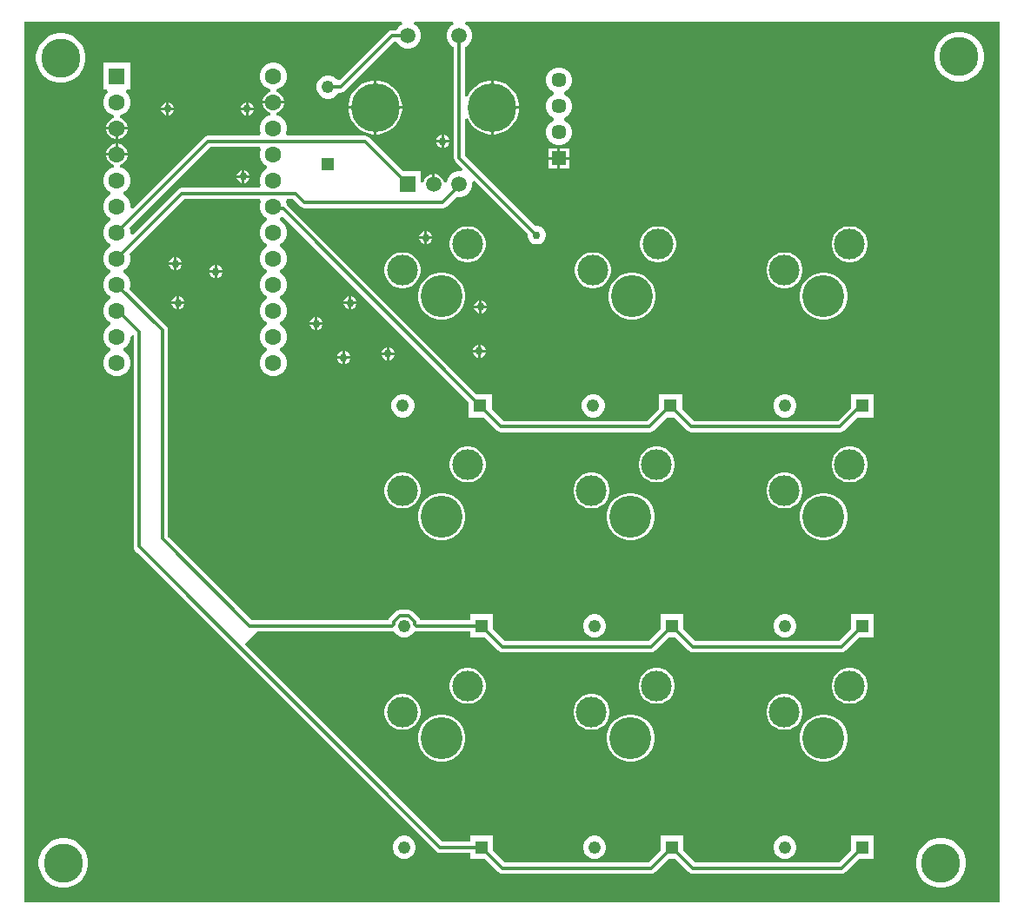
<source format=gtl>
G04*
G04 #@! TF.GenerationSoftware,Altium Limited,Altium Designer,25.8.1 (18)*
G04*
G04 Layer_Physical_Order=1*
G04 Layer_Color=255*
%FSLAX25Y25*%
%MOIN*%
G70*
G04*
G04 #@! TF.SameCoordinates,62C80C61-A7C9-4306-83B5-3B4BC263EF3F*
G04*
G04*
G04 #@! TF.FilePolarity,Positive*
G04*
G01*
G75*
%ADD29C,0.01200*%
G04:AMPARAMS|DCode=30|XSize=62.99mil|YSize=62.99mil|CornerRadius=31.5mil|HoleSize=0mil|Usage=FLASHONLY|Rotation=180.000|XOffset=0mil|YOffset=0mil|HoleType=Round|Shape=RoundedRectangle|*
%AMROUNDEDRECTD30*
21,1,0.06299,0.00000,0,0,180.0*
21,1,0.00000,0.06299,0,0,180.0*
1,1,0.06299,0.00000,0.00000*
1,1,0.06299,0.00000,0.00000*
1,1,0.06299,0.00000,0.00000*
1,1,0.06299,0.00000,0.00000*
%
%ADD30ROUNDEDRECTD30*%
%ADD31R,0.06299X0.06299*%
%ADD32C,0.05906*%
%ADD33R,0.05906X0.05906*%
%ADD34C,0.18661*%
%ADD35R,0.05709X0.05709*%
%ADD36C,0.04874*%
%ADD37R,0.04874X0.04874*%
%ADD38C,0.05709*%
%ADD39C,0.16100*%
%ADD40C,0.11811*%
%ADD41C,0.15000*%
%ADD42R,0.04874X0.04874*%
%ADD43C,0.03000*%
G36*
X449471Y8029D02*
X75529D01*
Y345971D01*
X220077D01*
X220345Y344971D01*
X219616Y344550D01*
X218694Y343628D01*
X218125Y342641D01*
X216500D01*
X215681Y342478D01*
X214986Y342014D01*
X196642Y323670D01*
X196220Y323628D01*
X195335Y323777D01*
X194724Y324387D01*
X193713Y324971D01*
X192584Y325274D01*
X191416D01*
X190287Y324971D01*
X189276Y324387D01*
X188450Y323561D01*
X187865Y322549D01*
X187563Y321421D01*
Y320252D01*
X187865Y319124D01*
X188450Y318112D01*
X189276Y317286D01*
X190287Y316702D01*
X191416Y316400D01*
X192584D01*
X193713Y316702D01*
X194724Y317286D01*
X195551Y318112D01*
X195887Y318695D01*
X196837D01*
X197656Y318858D01*
X198351Y319323D01*
X217304Y338276D01*
X218319Y338195D01*
X218694Y337546D01*
X219616Y336623D01*
X220746Y335971D01*
X222005Y335634D01*
X223309D01*
X224569Y335971D01*
X225698Y336623D01*
X226621Y337546D01*
X227273Y338675D01*
X227610Y339935D01*
Y341239D01*
X227273Y342498D01*
X226621Y343628D01*
X225698Y344550D01*
X224970Y344971D01*
X225237Y345971D01*
X239762D01*
X240030Y344971D01*
X239301Y344550D01*
X238379Y343628D01*
X237727Y342498D01*
X237390Y341239D01*
Y339935D01*
X237727Y338675D01*
X238379Y337546D01*
X239301Y336623D01*
X240201Y336104D01*
Y293657D01*
X240364Y292838D01*
X240828Y292144D01*
X243663Y289309D01*
X243145Y288412D01*
X242995Y288453D01*
X241690D01*
X240431Y288115D01*
X239301Y287463D01*
X238379Y286541D01*
X237727Y285412D01*
X237390Y284152D01*
X236407Y284193D01*
X236183Y285026D01*
X235663Y285927D01*
X234927Y286663D01*
X234026Y287183D01*
X233020Y287453D01*
X233000D01*
Y283500D01*
X232000D01*
Y287453D01*
X231980D01*
X230974Y287183D01*
X230073Y286663D01*
X229337Y285927D01*
X228817Y285026D01*
X228610Y284256D01*
X227610Y284387D01*
Y288453D01*
X220733D01*
X207671Y301514D01*
X206977Y301978D01*
X206157Y302141D01*
X176296D01*
X176157Y302381D01*
X175833Y303141D01*
X176150Y304322D01*
Y305678D01*
X175799Y306988D01*
X175121Y308162D01*
X174162Y309121D01*
X172988Y309799D01*
X172236Y310000D01*
X172236Y311035D01*
X172602Y311133D01*
X173548Y311680D01*
X174320Y312452D01*
X174867Y313398D01*
X175150Y314454D01*
Y314500D01*
X171000D01*
X166850D01*
Y314454D01*
X167133Y313398D01*
X167680Y312452D01*
X168452Y311680D01*
X169398Y311133D01*
X169764Y311035D01*
X169764Y310000D01*
X169012Y309799D01*
X167838Y309121D01*
X166879Y308162D01*
X166201Y306988D01*
X165850Y305678D01*
Y304322D01*
X166167Y303141D01*
X165843Y302381D01*
X165704Y302141D01*
X146000D01*
X145181Y301978D01*
X144486Y301514D01*
X117106Y274134D01*
X116862Y274182D01*
X116150Y274592D01*
Y275678D01*
X115799Y276988D01*
X115121Y278162D01*
X114162Y279121D01*
X113639Y279423D01*
Y280577D01*
X114162Y280879D01*
X115121Y281838D01*
X115799Y283012D01*
X116150Y284322D01*
Y285678D01*
X115799Y286988D01*
X115121Y288162D01*
X114162Y289121D01*
X112988Y289799D01*
X112236Y290000D01*
X112236Y291035D01*
X112602Y291133D01*
X113548Y291680D01*
X114321Y292452D01*
X114867Y293398D01*
X115150Y294454D01*
Y294500D01*
X111000D01*
X106850D01*
Y294454D01*
X107133Y293398D01*
X107679Y292452D01*
X108452Y291680D01*
X109398Y291133D01*
X109764Y291035D01*
X109764Y290000D01*
X109012Y289799D01*
X107838Y289121D01*
X106879Y288162D01*
X106201Y286988D01*
X105850Y285678D01*
Y284322D01*
X106201Y283012D01*
X106879Y281838D01*
X107838Y280879D01*
X108361Y280577D01*
Y279423D01*
X107838Y279121D01*
X106879Y278162D01*
X106201Y276988D01*
X105850Y275678D01*
Y274322D01*
X106201Y273012D01*
X106879Y271838D01*
X107838Y270879D01*
X108361Y270577D01*
Y269423D01*
X107838Y269121D01*
X106879Y268162D01*
X106201Y266988D01*
X105850Y265678D01*
Y264322D01*
X106201Y263012D01*
X106879Y261838D01*
X107838Y260879D01*
X108361Y260577D01*
Y259423D01*
X107838Y259121D01*
X106879Y258162D01*
X106201Y256988D01*
X105850Y255678D01*
Y254322D01*
X106201Y253012D01*
X106879Y251838D01*
X107838Y250879D01*
X108361Y250577D01*
Y249423D01*
X107838Y249121D01*
X106879Y248162D01*
X106201Y246988D01*
X105850Y245678D01*
Y244322D01*
X106201Y243012D01*
X106879Y241838D01*
X107838Y240879D01*
X108361Y240577D01*
Y239423D01*
X107838Y239121D01*
X106879Y238162D01*
X106201Y236988D01*
X105850Y235678D01*
Y234322D01*
X106201Y233012D01*
X106879Y231838D01*
X107838Y230879D01*
X108361Y230577D01*
Y229423D01*
X107838Y229121D01*
X106879Y228162D01*
X106201Y226988D01*
X105850Y225678D01*
Y224322D01*
X106201Y223012D01*
X106879Y221838D01*
X107838Y220879D01*
X108361Y220577D01*
Y219423D01*
X107838Y219121D01*
X106879Y218162D01*
X106201Y216988D01*
X105850Y215678D01*
Y214322D01*
X106201Y213012D01*
X106879Y211838D01*
X107838Y210879D01*
X109012Y210201D01*
X110322Y209850D01*
X111678D01*
X112988Y210201D01*
X114162Y210879D01*
X115121Y211838D01*
X115799Y213012D01*
X116150Y214322D01*
Y215678D01*
X115799Y216988D01*
X115121Y218162D01*
X114162Y219121D01*
X113639Y219423D01*
Y220577D01*
X114162Y220879D01*
X115121Y221838D01*
X115799Y223012D01*
X116150Y224322D01*
Y225059D01*
X117150Y225630D01*
X117359Y225506D01*
Y144500D01*
X117522Y143681D01*
X117986Y142986D01*
X233486Y27486D01*
X234181Y27022D01*
X235000Y26859D01*
X246400D01*
Y24563D01*
X252246D01*
X257323Y19486D01*
X258017Y19022D01*
X258837Y18859D01*
X315837D01*
X316656Y19022D01*
X317351Y19486D01*
X322428Y24563D01*
X325246D01*
X330323Y19486D01*
X331017Y19022D01*
X331837Y18859D01*
X388837D01*
X389656Y19022D01*
X390351Y19486D01*
X395428Y24563D01*
X401274D01*
Y33437D01*
X392400D01*
Y27591D01*
X387950Y23141D01*
X332723D01*
X328274Y27591D01*
Y33437D01*
X319400D01*
Y27591D01*
X314950Y23141D01*
X259723D01*
X255274Y27591D01*
Y33437D01*
X246400D01*
Y31141D01*
X235887D01*
X160014Y107014D01*
X164859Y111859D01*
X216423D01*
X217188Y112011D01*
X217613Y111276D01*
X218439Y110450D01*
X219451Y109865D01*
X220579Y109563D01*
X221747D01*
X222876Y109865D01*
X223888Y110450D01*
X224714Y111276D01*
X225138Y112011D01*
X225903Y111859D01*
X246400D01*
Y109563D01*
X252246D01*
X257323Y104486D01*
X258017Y104022D01*
X258837Y103859D01*
X315837D01*
X316656Y104022D01*
X317351Y104486D01*
X322428Y109563D01*
X325246D01*
X330323Y104486D01*
X331017Y104022D01*
X331837Y103859D01*
X388837D01*
X389656Y104022D01*
X390351Y104486D01*
X395428Y109563D01*
X401274D01*
Y118437D01*
X392400D01*
Y112591D01*
X387950Y108141D01*
X332723D01*
X328274Y112591D01*
Y118437D01*
X319400D01*
Y112591D01*
X314950Y108141D01*
X259723D01*
X255274Y112591D01*
Y118437D01*
X246400D01*
Y116141D01*
X227248D01*
X227179Y116492D01*
X226714Y117186D01*
X224350Y119551D01*
X223655Y120015D01*
X222836Y120178D01*
X219491D01*
X218672Y120015D01*
X217977Y119551D01*
X215612Y117186D01*
X215148Y116492D01*
X215078Y116141D01*
X162887D01*
X130641Y148387D01*
Y227500D01*
X130478Y228319D01*
X130014Y229014D01*
X115845Y243183D01*
X116150Y244322D01*
Y245678D01*
X115799Y246988D01*
X115121Y248162D01*
X114162Y249121D01*
X113639Y249423D01*
Y250577D01*
X114162Y250879D01*
X115121Y251838D01*
X115799Y253012D01*
X116150Y254322D01*
Y255678D01*
X115845Y256817D01*
X136887Y277859D01*
X165704D01*
X165843Y277619D01*
X166167Y276859D01*
X165850Y275678D01*
Y274322D01*
X166201Y273012D01*
X166879Y271838D01*
X167838Y270879D01*
X168361Y270577D01*
Y269423D01*
X167838Y269121D01*
X166879Y268162D01*
X166201Y266988D01*
X165850Y265678D01*
Y264322D01*
X166201Y263012D01*
X166879Y261838D01*
X167838Y260879D01*
X168361Y260577D01*
Y259423D01*
X167838Y259121D01*
X166879Y258162D01*
X166201Y256988D01*
X165850Y255678D01*
Y254322D01*
X166201Y253012D01*
X166879Y251838D01*
X167838Y250879D01*
X168361Y250577D01*
Y249423D01*
X167838Y249121D01*
X166879Y248162D01*
X166201Y246988D01*
X165850Y245678D01*
Y244322D01*
X166201Y243012D01*
X166879Y241838D01*
X167838Y240879D01*
X168361Y240577D01*
Y239423D01*
X167838Y239121D01*
X166879Y238162D01*
X166201Y236988D01*
X165850Y235678D01*
Y234322D01*
X166201Y233012D01*
X166879Y231838D01*
X167838Y230879D01*
X168361Y230577D01*
Y229423D01*
X167838Y229121D01*
X166879Y228162D01*
X166201Y226988D01*
X165850Y225678D01*
Y224322D01*
X166201Y223012D01*
X166879Y221838D01*
X167838Y220879D01*
X168361Y220577D01*
Y219423D01*
X167838Y219121D01*
X166879Y218162D01*
X166201Y216988D01*
X165850Y215678D01*
Y214322D01*
X166201Y213012D01*
X166879Y211838D01*
X167838Y210879D01*
X169012Y210201D01*
X170322Y209850D01*
X171678D01*
X172988Y210201D01*
X174162Y210879D01*
X175121Y211838D01*
X175799Y213012D01*
X176150Y214322D01*
Y215678D01*
X175799Y216988D01*
X175121Y218162D01*
X174162Y219121D01*
X173639Y219423D01*
Y220577D01*
X174162Y220879D01*
X175121Y221838D01*
X175799Y223012D01*
X176150Y224322D01*
Y225678D01*
X175799Y226988D01*
X175121Y228162D01*
X174162Y229121D01*
X173639Y229423D01*
Y230577D01*
X174162Y230879D01*
X175121Y231838D01*
X175799Y233012D01*
X176150Y234322D01*
Y235678D01*
X175799Y236988D01*
X175121Y238162D01*
X174162Y239121D01*
X173639Y239423D01*
Y240577D01*
X174162Y240879D01*
X175121Y241838D01*
X175799Y243012D01*
X176150Y244322D01*
Y245678D01*
X175799Y246988D01*
X175121Y248162D01*
X174162Y249121D01*
X173639Y249423D01*
Y250577D01*
X174162Y250879D01*
X175121Y251838D01*
X175799Y253012D01*
X176150Y254322D01*
Y255678D01*
X175799Y256988D01*
X175121Y258162D01*
X174162Y259121D01*
X173639Y259423D01*
Y260577D01*
X174162Y260879D01*
X175121Y261838D01*
X175799Y263012D01*
X176150Y264322D01*
Y265678D01*
X175799Y266988D01*
X175121Y268162D01*
X174162Y269121D01*
X173639Y269423D01*
Y270577D01*
X174162Y270879D01*
X174546Y271263D01*
X245900Y199909D01*
Y194063D01*
X251746D01*
X256823Y188986D01*
X257517Y188522D01*
X258337Y188359D01*
X315337D01*
X316156Y188522D01*
X316851Y188986D01*
X321928Y194063D01*
X324746D01*
X329823Y188986D01*
X330517Y188522D01*
X331337Y188359D01*
X388337D01*
X389156Y188522D01*
X389851Y188986D01*
X394928Y194063D01*
X401274D01*
Y202937D01*
X392400D01*
Y197591D01*
X387450Y192641D01*
X332224D01*
X327774Y197091D01*
Y202937D01*
X318900D01*
Y197091D01*
X314450Y192641D01*
X259224D01*
X254774Y197091D01*
Y202937D01*
X248928D01*
X176232Y275632D01*
X176146Y275690D01*
X175833Y276859D01*
X176157Y277619D01*
X176296Y277859D01*
X178613D01*
X181486Y274986D01*
X182181Y274522D01*
X183000Y274359D01*
X236000D01*
X236819Y274522D01*
X237514Y274986D01*
X241205Y278677D01*
X241690Y278547D01*
X242995D01*
X244254Y278885D01*
X245384Y279537D01*
X246306Y280459D01*
X246958Y281588D01*
X247295Y282848D01*
Y284152D01*
X247255Y284303D01*
X248151Y284821D01*
X268502Y264470D01*
X268500Y264461D01*
Y263539D01*
X268739Y262649D01*
X269199Y261851D01*
X269851Y261199D01*
X270649Y260738D01*
X271539Y260500D01*
X272461D01*
X273351Y260738D01*
X274149Y261199D01*
X274801Y261851D01*
X275261Y262649D01*
X275500Y263539D01*
Y264461D01*
X275261Y265351D01*
X274801Y266149D01*
X274149Y266801D01*
X273351Y267262D01*
X272461Y267500D01*
X271539D01*
X271530Y267498D01*
X244484Y294544D01*
Y308665D01*
X245484Y308864D01*
X245786Y308134D01*
X246917Y306442D01*
X248356Y305003D01*
X250047Y303873D01*
X251928Y303094D01*
X253924Y302697D01*
X254441D01*
Y313028D01*
Y323358D01*
X253924D01*
X251928Y322961D01*
X250047Y322182D01*
X248356Y321052D01*
X246917Y319613D01*
X245786Y317921D01*
X245484Y317191D01*
X244484Y317390D01*
Y336104D01*
X245384Y336623D01*
X246306Y337546D01*
X246958Y338675D01*
X247295Y339935D01*
Y341239D01*
X246958Y342498D01*
X246306Y343628D01*
X245384Y344550D01*
X244655Y344971D01*
X244923Y345971D01*
X449471D01*
Y8029D01*
D02*
G37*
G36*
X165843Y297619D02*
X166167Y296859D01*
X165850Y295678D01*
Y294322D01*
X166201Y293012D01*
X166879Y291838D01*
X167838Y290879D01*
X168361Y290577D01*
Y289423D01*
X167838Y289121D01*
X166879Y288162D01*
X166201Y286988D01*
X165850Y285678D01*
Y284322D01*
X166167Y283141D01*
X165843Y282381D01*
X165704Y282141D01*
X136000D01*
X135181Y281978D01*
X134486Y281514D01*
X117106Y264134D01*
X116862Y264182D01*
X116150Y264592D01*
Y265678D01*
X115845Y266816D01*
X146887Y297859D01*
X165704D01*
X165843Y297619D01*
D02*
G37*
%LPC*%
G36*
X434936Y342000D02*
X433064D01*
X431229Y341635D01*
X429500Y340919D01*
X427944Y339879D01*
X426621Y338556D01*
X425581Y337000D01*
X424865Y335271D01*
X424500Y333436D01*
Y331564D01*
X424865Y329729D01*
X425581Y328000D01*
X426621Y326444D01*
X427944Y325121D01*
X429500Y324081D01*
X431229Y323365D01*
X433064Y323000D01*
X434936D01*
X436771Y323365D01*
X438500Y324081D01*
X440056Y325121D01*
X441379Y326444D01*
X442419Y328000D01*
X443135Y329729D01*
X443500Y331564D01*
Y333436D01*
X443135Y335271D01*
X442419Y337000D01*
X441379Y338556D01*
X440056Y339879D01*
X438500Y340919D01*
X436771Y341635D01*
X434936Y342000D01*
D02*
G37*
G36*
X90436Y341500D02*
X88564D01*
X86729Y341135D01*
X85000Y340419D01*
X83444Y339379D01*
X82121Y338056D01*
X81081Y336500D01*
X80365Y334771D01*
X80000Y332936D01*
Y331064D01*
X80365Y329229D01*
X81081Y327500D01*
X82121Y325944D01*
X83444Y324621D01*
X85000Y323581D01*
X86729Y322865D01*
X88564Y322500D01*
X90436D01*
X92271Y322865D01*
X94000Y323581D01*
X95556Y324621D01*
X96879Y325944D01*
X97919Y327500D01*
X98635Y329229D01*
X99000Y331064D01*
Y332936D01*
X98635Y334771D01*
X97919Y336500D01*
X96879Y338056D01*
X95556Y339379D01*
X94000Y340419D01*
X92271Y341135D01*
X90436Y341500D01*
D02*
G37*
G36*
X171678Y330150D02*
X170322D01*
X169012Y329799D01*
X167838Y329121D01*
X166879Y328162D01*
X166201Y326988D01*
X165850Y325678D01*
Y324322D01*
X166201Y323012D01*
X166879Y321838D01*
X167838Y320879D01*
X169012Y320201D01*
X169764Y320000D01*
X169764Y318965D01*
X169398Y318867D01*
X168452Y318320D01*
X167680Y317548D01*
X167133Y316602D01*
X166850Y315546D01*
Y315500D01*
X171000D01*
X175150D01*
Y315546D01*
X174867Y316602D01*
X174320Y317548D01*
X173548Y318320D01*
X172602Y318867D01*
X172236Y318965D01*
X172236Y320000D01*
X172988Y320201D01*
X174162Y320879D01*
X175121Y321838D01*
X175799Y323012D01*
X176150Y324322D01*
Y325678D01*
X175799Y326988D01*
X175121Y328162D01*
X174162Y329121D01*
X172988Y329799D01*
X171678Y330150D01*
D02*
G37*
G36*
X255958Y323358D02*
X255441D01*
Y313528D01*
X265272D01*
Y314045D01*
X264875Y316041D01*
X264096Y317921D01*
X262965Y319613D01*
X261526Y321052D01*
X259834Y322182D01*
X257954Y322961D01*
X255958Y323358D01*
D02*
G37*
G36*
X211076D02*
X210559D01*
Y313528D01*
X220390D01*
Y314045D01*
X219993Y316041D01*
X219214Y317921D01*
X218083Y319613D01*
X216645Y321052D01*
X214952Y322182D01*
X213072Y322961D01*
X211076Y323358D01*
D02*
G37*
G36*
X209559D02*
X209042D01*
X207046Y322961D01*
X205166Y322182D01*
X203474Y321052D01*
X202035Y319613D01*
X200904Y317921D01*
X200125Y316041D01*
X199728Y314045D01*
Y313528D01*
X209559D01*
Y323358D01*
D02*
G37*
G36*
X161500Y314999D02*
Y313000D01*
X163499D01*
X163119Y313916D01*
X162416Y314619D01*
X161500Y314999D01*
D02*
G37*
G36*
X160500D02*
X159584Y314619D01*
X158881Y313916D01*
X158501Y313000D01*
X160500D01*
Y314999D01*
D02*
G37*
G36*
X131000D02*
Y313000D01*
X132999D01*
X132619Y313916D01*
X131916Y314619D01*
X131000Y314999D01*
D02*
G37*
G36*
X130000D02*
X129084Y314619D01*
X128381Y313916D01*
X128001Y313000D01*
X130000D01*
Y314999D01*
D02*
G37*
G36*
X163499Y312000D02*
X161500D01*
Y310001D01*
X162416Y310381D01*
X163119Y311084D01*
X163499Y312000D01*
D02*
G37*
G36*
X160500D02*
X158501D01*
X158881Y311084D01*
X159584Y310381D01*
X160500Y310001D01*
Y312000D01*
D02*
G37*
G36*
X132999D02*
X131000D01*
Y310001D01*
X131916Y310381D01*
X132619Y311084D01*
X132999Y312000D01*
D02*
G37*
G36*
X130000D02*
X128001D01*
X128381Y311084D01*
X129084Y310381D01*
X130000Y310001D01*
Y312000D01*
D02*
G37*
G36*
X116150Y330150D02*
X105850D01*
Y319850D01*
X107185D01*
X107568Y318850D01*
X106879Y318162D01*
X106201Y316988D01*
X105850Y315678D01*
Y314322D01*
X106201Y313012D01*
X106879Y311838D01*
X107838Y310879D01*
X109012Y310201D01*
X109764Y310000D01*
X109764Y308965D01*
X109398Y308867D01*
X108452Y308320D01*
X107679Y307548D01*
X107133Y306602D01*
X106850Y305546D01*
Y305500D01*
X111000D01*
X115150D01*
Y305546D01*
X114867Y306602D01*
X114321Y307548D01*
X113548Y308320D01*
X112602Y308867D01*
X112236Y308965D01*
X112236Y310000D01*
X112988Y310201D01*
X114162Y310879D01*
X115121Y311838D01*
X115799Y313012D01*
X116150Y314322D01*
Y315678D01*
X115799Y316988D01*
X115121Y318162D01*
X114432Y318850D01*
X114814Y319850D01*
X116150D01*
Y330150D01*
D02*
G37*
G36*
X265272Y312528D02*
X255441D01*
Y302697D01*
X255958D01*
X257954Y303094D01*
X259834Y303873D01*
X261526Y305003D01*
X262965Y306442D01*
X264096Y308134D01*
X264875Y310014D01*
X265272Y312010D01*
Y312528D01*
D02*
G37*
G36*
X220390D02*
X210559D01*
Y302697D01*
X211076D01*
X213072Y303094D01*
X214952Y303873D01*
X216645Y305003D01*
X218083Y306442D01*
X219214Y308134D01*
X219993Y310014D01*
X220390Y312010D01*
Y312528D01*
D02*
G37*
G36*
X209559D02*
X199728D01*
Y312010D01*
X200125Y310014D01*
X200904Y308134D01*
X202035Y306442D01*
X203474Y305003D01*
X205166Y303873D01*
X207046Y303094D01*
X209042Y302697D01*
X209559D01*
Y312528D01*
D02*
G37*
G36*
X115150Y304500D02*
X111500D01*
Y300850D01*
X111546D01*
X112602Y301133D01*
X113548Y301679D01*
X114321Y302452D01*
X114867Y303398D01*
X115150Y304454D01*
Y304500D01*
D02*
G37*
G36*
X110500D02*
X106850D01*
Y304454D01*
X107133Y303398D01*
X107679Y302452D01*
X108452Y301679D01*
X109398Y301133D01*
X110454Y300850D01*
X110500D01*
Y304500D01*
D02*
G37*
G36*
X236500Y302499D02*
Y300500D01*
X238499D01*
X238119Y301416D01*
X237416Y302119D01*
X236500Y302499D01*
D02*
G37*
G36*
X235500D02*
X234584Y302119D01*
X233881Y301416D01*
X233501Y300500D01*
X235500D01*
Y302499D01*
D02*
G37*
G36*
X281139Y328354D02*
X279861D01*
X278626Y328024D01*
X277519Y327384D01*
X276616Y326481D01*
X275976Y325374D01*
X275646Y324139D01*
Y322861D01*
X275976Y321626D01*
X276616Y320519D01*
X277519Y319616D01*
X278529Y319033D01*
X278609Y318500D01*
X278529Y317967D01*
X277519Y317384D01*
X276616Y316481D01*
X275976Y315374D01*
X275646Y314139D01*
Y312861D01*
X275976Y311626D01*
X276616Y310519D01*
X277519Y309616D01*
X278529Y309033D01*
X278609Y308500D01*
X278529Y307967D01*
X277519Y307384D01*
X276616Y306481D01*
X275976Y305374D01*
X275646Y304139D01*
Y302861D01*
X275976Y301626D01*
X276616Y300519D01*
X277519Y299616D01*
X278626Y298976D01*
X279861Y298646D01*
X281139D01*
X282374Y298976D01*
X283481Y299616D01*
X284384Y300519D01*
X285023Y301626D01*
X285354Y302861D01*
Y304139D01*
X285023Y305374D01*
X284384Y306481D01*
X283481Y307384D01*
X282471Y307967D01*
X282391Y308500D01*
X282471Y309033D01*
X283481Y309616D01*
X284384Y310519D01*
X285023Y311626D01*
X285354Y312861D01*
Y314139D01*
X285023Y315374D01*
X284384Y316481D01*
X283481Y317384D01*
X282471Y317967D01*
X282391Y318500D01*
X282471Y319033D01*
X283481Y319616D01*
X284384Y320519D01*
X285023Y321626D01*
X285354Y322861D01*
Y324139D01*
X285023Y325374D01*
X284384Y326481D01*
X283481Y327384D01*
X282374Y328024D01*
X281139Y328354D01*
D02*
G37*
G36*
X238499Y299500D02*
X236500D01*
Y297501D01*
X237416Y297881D01*
X238119Y298584D01*
X238499Y299500D01*
D02*
G37*
G36*
X235500D02*
X233501D01*
X233881Y298584D01*
X234584Y297881D01*
X235500Y297501D01*
Y299500D01*
D02*
G37*
G36*
X111546Y299150D02*
X111500D01*
Y295500D01*
X115150D01*
Y295546D01*
X114867Y296602D01*
X114321Y297548D01*
X113548Y298321D01*
X112602Y298867D01*
X111546Y299150D01*
D02*
G37*
G36*
X110500D02*
X110454D01*
X109398Y298867D01*
X108452Y298321D01*
X107679Y297548D01*
X107133Y296602D01*
X106850Y295546D01*
Y295500D01*
X110500D01*
Y299150D01*
D02*
G37*
G36*
X284354Y297354D02*
X281000D01*
Y294000D01*
X284354D01*
Y297354D01*
D02*
G37*
G36*
X280000D02*
X276646D01*
Y294000D01*
X280000D01*
Y297354D01*
D02*
G37*
G36*
X284354Y293000D02*
X281000D01*
Y289646D01*
X284354D01*
Y293000D01*
D02*
G37*
G36*
X280000D02*
X276646D01*
Y289646D01*
X280000D01*
Y293000D01*
D02*
G37*
G36*
X230000Y265499D02*
Y263500D01*
X231999D01*
X231619Y264416D01*
X230916Y265119D01*
X230000Y265499D01*
D02*
G37*
G36*
X229000D02*
X228084Y265119D01*
X227381Y264416D01*
X227001Y263500D01*
X229000D01*
Y265499D01*
D02*
G37*
G36*
X231999Y262500D02*
X230000D01*
Y260501D01*
X230916Y260881D01*
X231619Y261584D01*
X231999Y262500D01*
D02*
G37*
G36*
X229000D02*
X227001D01*
X227381Y261584D01*
X228084Y260881D01*
X229000Y260501D01*
Y262500D01*
D02*
G37*
G36*
X392680Y267406D02*
X391320D01*
X389986Y267140D01*
X388729Y266620D01*
X387598Y265864D01*
X386636Y264902D01*
X385880Y263771D01*
X385360Y262514D01*
X385094Y261180D01*
Y259820D01*
X385360Y258486D01*
X385880Y257229D01*
X386636Y256098D01*
X387598Y255136D01*
X388729Y254380D01*
X389986Y253860D01*
X391320Y253594D01*
X392680D01*
X394014Y253860D01*
X395271Y254380D01*
X396402Y255136D01*
X397364Y256098D01*
X398120Y257229D01*
X398640Y258486D01*
X398905Y259820D01*
Y261180D01*
X398640Y262514D01*
X398120Y263771D01*
X397364Y264902D01*
X396402Y265864D01*
X395271Y266620D01*
X394014Y267140D01*
X392680Y267406D01*
D02*
G37*
G36*
X319180D02*
X317820D01*
X316486Y267140D01*
X315229Y266620D01*
X314098Y265864D01*
X313136Y264902D01*
X312380Y263771D01*
X311860Y262514D01*
X311595Y261180D01*
Y259820D01*
X311860Y258486D01*
X312380Y257229D01*
X313136Y256098D01*
X314098Y255136D01*
X315229Y254380D01*
X316486Y253860D01*
X317820Y253594D01*
X319180D01*
X320514Y253860D01*
X321771Y254380D01*
X322902Y255136D01*
X323864Y256098D01*
X324620Y257229D01*
X325140Y258486D01*
X325406Y259820D01*
Y261180D01*
X325140Y262514D01*
X324620Y263771D01*
X323864Y264902D01*
X322902Y265864D01*
X321771Y266620D01*
X320514Y267140D01*
X319180Y267406D01*
D02*
G37*
G36*
X246180D02*
X244820D01*
X243486Y267140D01*
X242229Y266620D01*
X241098Y265864D01*
X240136Y264902D01*
X239380Y263771D01*
X238860Y262514D01*
X238595Y261180D01*
Y259820D01*
X238860Y258486D01*
X239380Y257229D01*
X240136Y256098D01*
X241098Y255136D01*
X242229Y254380D01*
X243486Y253860D01*
X244820Y253594D01*
X246180D01*
X247514Y253860D01*
X248771Y254380D01*
X249902Y255136D01*
X250864Y256098D01*
X251620Y257229D01*
X252140Y258486D01*
X252406Y259820D01*
Y261180D01*
X252140Y262514D01*
X251620Y263771D01*
X250864Y264902D01*
X249902Y265864D01*
X248771Y266620D01*
X247514Y267140D01*
X246180Y267406D01*
D02*
G37*
G36*
X134000Y255499D02*
Y253500D01*
X135999D01*
X135619Y254416D01*
X134916Y255119D01*
X134000Y255499D01*
D02*
G37*
G36*
X133000D02*
X132084Y255119D01*
X131381Y254416D01*
X131001Y253500D01*
X133000D01*
Y255499D01*
D02*
G37*
G36*
X135999Y252500D02*
X134000D01*
Y250501D01*
X134916Y250881D01*
X135619Y251584D01*
X135999Y252500D01*
D02*
G37*
G36*
X133000D02*
X131001D01*
X131381Y251584D01*
X132084Y250881D01*
X133000Y250501D01*
Y252500D01*
D02*
G37*
G36*
X149500Y252499D02*
Y250500D01*
X151499D01*
X151119Y251416D01*
X150416Y252119D01*
X149500Y252499D01*
D02*
G37*
G36*
X148500D02*
X147584Y252119D01*
X146881Y251416D01*
X146501Y250500D01*
X148500D01*
Y252499D01*
D02*
G37*
G36*
X151499Y249500D02*
X149500D01*
Y247501D01*
X150416Y247881D01*
X151119Y248584D01*
X151499Y249500D01*
D02*
G37*
G36*
X148500D02*
X146501D01*
X146881Y248584D01*
X147584Y247881D01*
X148500Y247501D01*
Y249500D01*
D02*
G37*
G36*
X367680Y257405D02*
X366320D01*
X364986Y257140D01*
X363729Y256620D01*
X362598Y255864D01*
X361636Y254902D01*
X360880Y253771D01*
X360360Y252514D01*
X360094Y251180D01*
Y249820D01*
X360360Y248486D01*
X360880Y247229D01*
X361636Y246098D01*
X362598Y245136D01*
X363729Y244380D01*
X364986Y243860D01*
X366320Y243595D01*
X367680D01*
X369014Y243860D01*
X370271Y244380D01*
X371402Y245136D01*
X372364Y246098D01*
X373120Y247229D01*
X373640Y248486D01*
X373905Y249820D01*
Y251180D01*
X373640Y252514D01*
X373120Y253771D01*
X372364Y254902D01*
X371402Y255864D01*
X370271Y256620D01*
X369014Y257140D01*
X367680Y257405D01*
D02*
G37*
G36*
X294180D02*
X292820D01*
X291486Y257140D01*
X290229Y256620D01*
X289098Y255864D01*
X288136Y254902D01*
X287380Y253771D01*
X286860Y252514D01*
X286595Y251180D01*
Y249820D01*
X286860Y248486D01*
X287380Y247229D01*
X288136Y246098D01*
X289098Y245136D01*
X290229Y244380D01*
X291486Y243860D01*
X292820Y243595D01*
X294180D01*
X295514Y243860D01*
X296771Y244380D01*
X297902Y245136D01*
X298864Y246098D01*
X299620Y247229D01*
X300140Y248486D01*
X300406Y249820D01*
Y251180D01*
X300140Y252514D01*
X299620Y253771D01*
X298864Y254902D01*
X297902Y255864D01*
X296771Y256620D01*
X295514Y257140D01*
X294180Y257405D01*
D02*
G37*
G36*
X221180D02*
X219820D01*
X218486Y257140D01*
X217229Y256620D01*
X216098Y255864D01*
X215136Y254902D01*
X214380Y253771D01*
X213860Y252514D01*
X213595Y251180D01*
Y249820D01*
X213860Y248486D01*
X214380Y247229D01*
X215136Y246098D01*
X216098Y245136D01*
X217229Y244380D01*
X218486Y243860D01*
X219820Y243595D01*
X221180D01*
X222514Y243860D01*
X223771Y244380D01*
X224902Y245136D01*
X225864Y246098D01*
X226620Y247229D01*
X227140Y248486D01*
X227406Y249820D01*
Y251180D01*
X227140Y252514D01*
X226620Y253771D01*
X225864Y254902D01*
X224902Y255864D01*
X223771Y256620D01*
X222514Y257140D01*
X221180Y257405D01*
D02*
G37*
G36*
X201000Y240499D02*
Y238500D01*
X202999D01*
X202619Y239416D01*
X201916Y240119D01*
X201000Y240499D01*
D02*
G37*
G36*
X200000D02*
X199084Y240119D01*
X198381Y239416D01*
X198001Y238500D01*
X200000D01*
Y240499D01*
D02*
G37*
G36*
X135000D02*
Y238500D01*
X136999D01*
X136619Y239416D01*
X135916Y240119D01*
X135000Y240499D01*
D02*
G37*
G36*
X134000D02*
X133084Y240119D01*
X132381Y239416D01*
X132001Y238500D01*
X134000D01*
Y240499D01*
D02*
G37*
G36*
X251000Y238999D02*
Y237000D01*
X252999D01*
X252619Y237916D01*
X251916Y238619D01*
X251000Y238999D01*
D02*
G37*
G36*
X250000D02*
X249084Y238619D01*
X248381Y237916D01*
X248001Y237000D01*
X250000D01*
Y238999D01*
D02*
G37*
G36*
X202999Y237500D02*
X201000D01*
Y235501D01*
X201916Y235881D01*
X202619Y236584D01*
X202999Y237500D01*
D02*
G37*
G36*
X200000D02*
X198001D01*
X198381Y236584D01*
X199084Y235881D01*
X200000Y235501D01*
Y237500D01*
D02*
G37*
G36*
X136999D02*
X135000D01*
Y235501D01*
X135916Y235881D01*
X136619Y236584D01*
X136999Y237500D01*
D02*
G37*
G36*
X134000D02*
X132001D01*
X132381Y236584D01*
X133084Y235881D01*
X134000Y235501D01*
Y237500D01*
D02*
G37*
G36*
X252999Y236000D02*
X251000D01*
Y234001D01*
X251916Y234381D01*
X252619Y235084D01*
X252999Y236000D01*
D02*
G37*
G36*
X250000D02*
X248001D01*
X248381Y235084D01*
X249084Y234381D01*
X250000Y234001D01*
Y236000D01*
D02*
G37*
G36*
X382891Y249550D02*
X381109D01*
X379360Y249202D01*
X377713Y248520D01*
X376231Y247530D01*
X374970Y246269D01*
X373980Y244787D01*
X373298Y243140D01*
X372950Y241391D01*
Y239609D01*
X373298Y237860D01*
X373980Y236213D01*
X374970Y234731D01*
X376231Y233470D01*
X377713Y232480D01*
X379360Y231798D01*
X381109Y231450D01*
X382891D01*
X384640Y231798D01*
X386287Y232480D01*
X387769Y233470D01*
X389030Y234731D01*
X390020Y236213D01*
X390702Y237860D01*
X391050Y239609D01*
Y241391D01*
X390702Y243140D01*
X390020Y244787D01*
X389030Y246269D01*
X387769Y247530D01*
X386287Y248520D01*
X384640Y249202D01*
X382891Y249550D01*
D02*
G37*
G36*
X309391D02*
X307609D01*
X305860Y249202D01*
X304213Y248520D01*
X302731Y247530D01*
X301470Y246269D01*
X300480Y244787D01*
X299798Y243140D01*
X299450Y241391D01*
Y239609D01*
X299798Y237860D01*
X300480Y236213D01*
X301470Y234731D01*
X302731Y233470D01*
X304213Y232480D01*
X305860Y231798D01*
X307609Y231450D01*
X309391D01*
X311140Y231798D01*
X312787Y232480D01*
X314269Y233470D01*
X315530Y234731D01*
X316520Y236213D01*
X317202Y237860D01*
X317550Y239609D01*
Y241391D01*
X317202Y243140D01*
X316520Y244787D01*
X315530Y246269D01*
X314269Y247530D01*
X312787Y248520D01*
X311140Y249202D01*
X309391Y249550D01*
D02*
G37*
G36*
X236391D02*
X234609D01*
X232860Y249202D01*
X231213Y248520D01*
X229731Y247530D01*
X228470Y246269D01*
X227480Y244787D01*
X226798Y243140D01*
X226450Y241391D01*
Y239609D01*
X226798Y237860D01*
X227480Y236213D01*
X228470Y234731D01*
X229731Y233470D01*
X231213Y232480D01*
X232860Y231798D01*
X234609Y231450D01*
X236391D01*
X238140Y231798D01*
X239787Y232480D01*
X241269Y233470D01*
X242530Y234731D01*
X243520Y236213D01*
X244202Y237860D01*
X244550Y239609D01*
Y241391D01*
X244202Y243140D01*
X243520Y244787D01*
X242530Y246269D01*
X241269Y247530D01*
X239787Y248520D01*
X238140Y249202D01*
X236391Y249550D01*
D02*
G37*
G36*
X188000Y232499D02*
Y230500D01*
X189999D01*
X189619Y231416D01*
X188916Y232119D01*
X188000Y232499D01*
D02*
G37*
G36*
X187000D02*
X186084Y232119D01*
X185381Y231416D01*
X185001Y230500D01*
X187000D01*
Y232499D01*
D02*
G37*
G36*
X189999Y229500D02*
X188000D01*
Y227501D01*
X188916Y227881D01*
X189619Y228584D01*
X189999Y229500D01*
D02*
G37*
G36*
X187000D02*
X185001D01*
X185381Y228584D01*
X186084Y227881D01*
X187000Y227501D01*
Y229500D01*
D02*
G37*
G36*
X250500Y221999D02*
Y220000D01*
X252499D01*
X252119Y220916D01*
X251416Y221619D01*
X250500Y221999D01*
D02*
G37*
G36*
X249500D02*
X248584Y221619D01*
X247881Y220916D01*
X247501Y220000D01*
X249500D01*
Y221999D01*
D02*
G37*
G36*
X215500Y220999D02*
Y219000D01*
X217499D01*
X217119Y219916D01*
X216416Y220619D01*
X215500Y220999D01*
D02*
G37*
G36*
X214500D02*
X213584Y220619D01*
X212881Y219916D01*
X212501Y219000D01*
X214500D01*
Y220999D01*
D02*
G37*
G36*
X198500Y219499D02*
Y217500D01*
X200499D01*
X200119Y218416D01*
X199416Y219119D01*
X198500Y219499D01*
D02*
G37*
G36*
X197500D02*
X196584Y219119D01*
X195881Y218416D01*
X195501Y217500D01*
X197500D01*
Y219499D01*
D02*
G37*
G36*
X252499Y219000D02*
X250500D01*
Y217001D01*
X251416Y217381D01*
X252119Y218084D01*
X252499Y219000D01*
D02*
G37*
G36*
X249500D02*
X247501D01*
X247881Y218084D01*
X248584Y217381D01*
X249500Y217001D01*
Y219000D01*
D02*
G37*
G36*
X217499Y218000D02*
X215500D01*
Y216001D01*
X216416Y216381D01*
X217119Y217084D01*
X217499Y218000D01*
D02*
G37*
G36*
X214500D02*
X212501D01*
X212881Y217084D01*
X213584Y216381D01*
X214500Y216001D01*
Y218000D01*
D02*
G37*
G36*
X200499Y216500D02*
X198500D01*
Y214501D01*
X199416Y214881D01*
X200119Y215584D01*
X200499Y216500D01*
D02*
G37*
G36*
X197500D02*
X195501D01*
X195881Y215584D01*
X196584Y214881D01*
X197500Y214501D01*
Y216500D01*
D02*
G37*
G36*
X367747Y202937D02*
X366579D01*
X365451Y202635D01*
X364439Y202050D01*
X363613Y201224D01*
X363029Y200213D01*
X362726Y199084D01*
Y197916D01*
X363029Y196787D01*
X363613Y195776D01*
X364439Y194949D01*
X365451Y194365D01*
X366579Y194063D01*
X367747D01*
X368876Y194365D01*
X369888Y194949D01*
X370714Y195776D01*
X371298Y196787D01*
X371600Y197916D01*
Y199084D01*
X371298Y200213D01*
X370714Y201224D01*
X369888Y202050D01*
X368876Y202635D01*
X367747Y202937D01*
D02*
G37*
G36*
X294248D02*
X293079D01*
X291951Y202635D01*
X290939Y202050D01*
X290113Y201224D01*
X289529Y200213D01*
X289226Y199084D01*
Y197916D01*
X289529Y196787D01*
X290113Y195776D01*
X290939Y194949D01*
X291951Y194365D01*
X293079Y194063D01*
X294248D01*
X295376Y194365D01*
X296388Y194949D01*
X297214Y195776D01*
X297798Y196787D01*
X298100Y197916D01*
Y199084D01*
X297798Y200213D01*
X297214Y201224D01*
X296388Y202050D01*
X295376Y202635D01*
X294248Y202937D01*
D02*
G37*
G36*
X221248D02*
X220079D01*
X218951Y202635D01*
X217939Y202050D01*
X217113Y201224D01*
X216529Y200213D01*
X216226Y199084D01*
Y197916D01*
X216529Y196787D01*
X217113Y195776D01*
X217939Y194949D01*
X218951Y194365D01*
X220079Y194063D01*
X221248D01*
X222376Y194365D01*
X223388Y194949D01*
X224214Y195776D01*
X224798Y196787D01*
X225100Y197916D01*
Y199084D01*
X224798Y200213D01*
X224214Y201224D01*
X223388Y202050D01*
X222376Y202635D01*
X221248Y202937D01*
D02*
G37*
G36*
X392680Y182905D02*
X391320D01*
X389986Y182640D01*
X388729Y182120D01*
X387598Y181364D01*
X386636Y180402D01*
X385880Y179271D01*
X385360Y178014D01*
X385094Y176680D01*
Y175320D01*
X385360Y173986D01*
X385880Y172729D01*
X386636Y171598D01*
X387598Y170636D01*
X388729Y169880D01*
X389986Y169360D01*
X391320Y169095D01*
X392680D01*
X394014Y169360D01*
X395271Y169880D01*
X396402Y170636D01*
X397364Y171598D01*
X398120Y172729D01*
X398640Y173986D01*
X398905Y175320D01*
Y176680D01*
X398640Y178014D01*
X398120Y179271D01*
X397364Y180402D01*
X396402Y181364D01*
X395271Y182120D01*
X394014Y182640D01*
X392680Y182905D01*
D02*
G37*
G36*
X318680D02*
X317320D01*
X315986Y182640D01*
X314729Y182120D01*
X313598Y181364D01*
X312636Y180402D01*
X311880Y179271D01*
X311360Y178014D01*
X311094Y176680D01*
Y175320D01*
X311360Y173986D01*
X311880Y172729D01*
X312636Y171598D01*
X313598Y170636D01*
X314729Y169880D01*
X315986Y169360D01*
X317320Y169095D01*
X318680D01*
X320014Y169360D01*
X321271Y169880D01*
X322402Y170636D01*
X323364Y171598D01*
X324120Y172729D01*
X324640Y173986D01*
X324905Y175320D01*
Y176680D01*
X324640Y178014D01*
X324120Y179271D01*
X323364Y180402D01*
X322402Y181364D01*
X321271Y182120D01*
X320014Y182640D01*
X318680Y182905D01*
D02*
G37*
G36*
X246180D02*
X244820D01*
X243486Y182640D01*
X242229Y182120D01*
X241098Y181364D01*
X240136Y180402D01*
X239380Y179271D01*
X238860Y178014D01*
X238595Y176680D01*
Y175320D01*
X238860Y173986D01*
X239380Y172729D01*
X240136Y171598D01*
X241098Y170636D01*
X242229Y169880D01*
X243486Y169360D01*
X244820Y169095D01*
X246180D01*
X247514Y169360D01*
X248771Y169880D01*
X249902Y170636D01*
X250864Y171598D01*
X251620Y172729D01*
X252140Y173986D01*
X252406Y175320D01*
Y176680D01*
X252140Y178014D01*
X251620Y179271D01*
X250864Y180402D01*
X249902Y181364D01*
X248771Y182120D01*
X247514Y182640D01*
X246180Y182905D01*
D02*
G37*
G36*
X367680Y172906D02*
X366320D01*
X364986Y172640D01*
X363729Y172120D01*
X362598Y171364D01*
X361636Y170402D01*
X360880Y169271D01*
X360360Y168014D01*
X360094Y166680D01*
Y165320D01*
X360360Y163986D01*
X360880Y162729D01*
X361636Y161598D01*
X362598Y160636D01*
X363729Y159880D01*
X364986Y159360D01*
X366320Y159095D01*
X367680D01*
X369014Y159360D01*
X370271Y159880D01*
X371402Y160636D01*
X372364Y161598D01*
X373120Y162729D01*
X373640Y163986D01*
X373905Y165320D01*
Y166680D01*
X373640Y168014D01*
X373120Y169271D01*
X372364Y170402D01*
X371402Y171364D01*
X370271Y172120D01*
X369014Y172640D01*
X367680Y172906D01*
D02*
G37*
G36*
X293680D02*
X292320D01*
X290986Y172640D01*
X289729Y172120D01*
X288598Y171364D01*
X287636Y170402D01*
X286880Y169271D01*
X286360Y168014D01*
X286094Y166680D01*
Y165320D01*
X286360Y163986D01*
X286880Y162729D01*
X287636Y161598D01*
X288598Y160636D01*
X289729Y159880D01*
X290986Y159360D01*
X292320Y159095D01*
X293680D01*
X295014Y159360D01*
X296271Y159880D01*
X297402Y160636D01*
X298364Y161598D01*
X299120Y162729D01*
X299640Y163986D01*
X299905Y165320D01*
Y166680D01*
X299640Y168014D01*
X299120Y169271D01*
X298364Y170402D01*
X297402Y171364D01*
X296271Y172120D01*
X295014Y172640D01*
X293680Y172906D01*
D02*
G37*
G36*
X221180D02*
X219820D01*
X218486Y172640D01*
X217229Y172120D01*
X216098Y171364D01*
X215136Y170402D01*
X214380Y169271D01*
X213860Y168014D01*
X213595Y166680D01*
Y165320D01*
X213860Y163986D01*
X214380Y162729D01*
X215136Y161598D01*
X216098Y160636D01*
X217229Y159880D01*
X218486Y159360D01*
X219820Y159095D01*
X221180D01*
X222514Y159360D01*
X223771Y159880D01*
X224902Y160636D01*
X225864Y161598D01*
X226620Y162729D01*
X227140Y163986D01*
X227406Y165320D01*
Y166680D01*
X227140Y168014D01*
X226620Y169271D01*
X225864Y170402D01*
X224902Y171364D01*
X223771Y172120D01*
X222514Y172640D01*
X221180Y172906D01*
D02*
G37*
G36*
X382891Y165050D02*
X381109D01*
X379360Y164702D01*
X377713Y164020D01*
X376231Y163030D01*
X374970Y161769D01*
X373980Y160287D01*
X373298Y158640D01*
X372950Y156891D01*
Y155109D01*
X373298Y153360D01*
X373980Y151713D01*
X374970Y150231D01*
X376231Y148970D01*
X377713Y147980D01*
X379360Y147298D01*
X381109Y146950D01*
X382891D01*
X384640Y147298D01*
X386287Y147980D01*
X387769Y148970D01*
X389030Y150231D01*
X390020Y151713D01*
X390702Y153360D01*
X391050Y155109D01*
Y156891D01*
X390702Y158640D01*
X390020Y160287D01*
X389030Y161769D01*
X387769Y163030D01*
X386287Y164020D01*
X384640Y164702D01*
X382891Y165050D01*
D02*
G37*
G36*
X308891D02*
X307109D01*
X305360Y164702D01*
X303713Y164020D01*
X302231Y163030D01*
X300970Y161769D01*
X299980Y160287D01*
X299298Y158640D01*
X298950Y156891D01*
Y155109D01*
X299298Y153360D01*
X299980Y151713D01*
X300970Y150231D01*
X302231Y148970D01*
X303713Y147980D01*
X305360Y147298D01*
X307109Y146950D01*
X308891D01*
X310640Y147298D01*
X312287Y147980D01*
X313769Y148970D01*
X315030Y150231D01*
X316020Y151713D01*
X316702Y153360D01*
X317050Y155109D01*
Y156891D01*
X316702Y158640D01*
X316020Y160287D01*
X315030Y161769D01*
X313769Y163030D01*
X312287Y164020D01*
X310640Y164702D01*
X308891Y165050D01*
D02*
G37*
G36*
X236391D02*
X234609D01*
X232860Y164702D01*
X231213Y164020D01*
X229731Y163030D01*
X228470Y161769D01*
X227480Y160287D01*
X226798Y158640D01*
X226450Y156891D01*
Y155109D01*
X226798Y153360D01*
X227480Y151713D01*
X228470Y150231D01*
X229731Y148970D01*
X231213Y147980D01*
X232860Y147298D01*
X234609Y146950D01*
X236391D01*
X238140Y147298D01*
X239787Y147980D01*
X241269Y148970D01*
X242530Y150231D01*
X243520Y151713D01*
X244202Y153360D01*
X244550Y155109D01*
Y156891D01*
X244202Y158640D01*
X243520Y160287D01*
X242530Y161769D01*
X241269Y163030D01*
X239787Y164020D01*
X238140Y164702D01*
X236391Y165050D01*
D02*
G37*
G36*
X367747Y118437D02*
X366579D01*
X365451Y118135D01*
X364439Y117551D01*
X363613Y116724D01*
X363029Y115713D01*
X362726Y114584D01*
Y113416D01*
X363029Y112287D01*
X363613Y111276D01*
X364439Y110450D01*
X365451Y109865D01*
X366579Y109563D01*
X367747D01*
X368876Y109865D01*
X369888Y110450D01*
X370714Y111276D01*
X371298Y112287D01*
X371600Y113416D01*
Y114584D01*
X371298Y115713D01*
X370714Y116724D01*
X369888Y117551D01*
X368876Y118135D01*
X367747Y118437D01*
D02*
G37*
G36*
X294747D02*
X293579D01*
X292451Y118135D01*
X291439Y117551D01*
X290613Y116724D01*
X290029Y115713D01*
X289726Y114584D01*
Y113416D01*
X290029Y112287D01*
X290613Y111276D01*
X291439Y110450D01*
X292451Y109865D01*
X293579Y109563D01*
X294747D01*
X295876Y109865D01*
X296888Y110450D01*
X297714Y111276D01*
X298298Y112287D01*
X298600Y113416D01*
Y114584D01*
X298298Y115713D01*
X297714Y116724D01*
X296888Y117551D01*
X295876Y118135D01*
X294747Y118437D01*
D02*
G37*
G36*
X392680Y97905D02*
X391320D01*
X389986Y97640D01*
X388729Y97120D01*
X387598Y96364D01*
X386636Y95402D01*
X385880Y94271D01*
X385360Y93014D01*
X385094Y91680D01*
Y90320D01*
X385360Y88986D01*
X385880Y87729D01*
X386636Y86598D01*
X387598Y85636D01*
X388729Y84880D01*
X389986Y84360D01*
X391320Y84095D01*
X392680D01*
X394014Y84360D01*
X395271Y84880D01*
X396402Y85636D01*
X397364Y86598D01*
X398120Y87729D01*
X398640Y88986D01*
X398905Y90320D01*
Y91680D01*
X398640Y93014D01*
X398120Y94271D01*
X397364Y95402D01*
X396402Y96364D01*
X395271Y97120D01*
X394014Y97640D01*
X392680Y97905D01*
D02*
G37*
G36*
X318680D02*
X317320D01*
X315986Y97640D01*
X314729Y97120D01*
X313598Y96364D01*
X312636Y95402D01*
X311880Y94271D01*
X311360Y93014D01*
X311094Y91680D01*
Y90320D01*
X311360Y88986D01*
X311880Y87729D01*
X312636Y86598D01*
X313598Y85636D01*
X314729Y84880D01*
X315986Y84360D01*
X317320Y84095D01*
X318680D01*
X320014Y84360D01*
X321271Y84880D01*
X322402Y85636D01*
X323364Y86598D01*
X324120Y87729D01*
X324640Y88986D01*
X324905Y90320D01*
Y91680D01*
X324640Y93014D01*
X324120Y94271D01*
X323364Y95402D01*
X322402Y96364D01*
X321271Y97120D01*
X320014Y97640D01*
X318680Y97905D01*
D02*
G37*
G36*
X246180D02*
X244820D01*
X243486Y97640D01*
X242229Y97120D01*
X241098Y96364D01*
X240136Y95402D01*
X239380Y94271D01*
X238860Y93014D01*
X238595Y91680D01*
Y90320D01*
X238860Y88986D01*
X239380Y87729D01*
X240136Y86598D01*
X241098Y85636D01*
X242229Y84880D01*
X243486Y84360D01*
X244820Y84095D01*
X246180D01*
X247514Y84360D01*
X248771Y84880D01*
X249902Y85636D01*
X250864Y86598D01*
X251620Y87729D01*
X252140Y88986D01*
X252406Y90320D01*
Y91680D01*
X252140Y93014D01*
X251620Y94271D01*
X250864Y95402D01*
X249902Y96364D01*
X248771Y97120D01*
X247514Y97640D01*
X246180Y97905D01*
D02*
G37*
G36*
X367680Y87906D02*
X366320D01*
X364986Y87640D01*
X363729Y87120D01*
X362598Y86364D01*
X361636Y85402D01*
X360880Y84271D01*
X360360Y83014D01*
X360094Y81680D01*
Y80320D01*
X360360Y78986D01*
X360880Y77729D01*
X361636Y76598D01*
X362598Y75636D01*
X363729Y74880D01*
X364986Y74360D01*
X366320Y74094D01*
X367680D01*
X369014Y74360D01*
X370271Y74880D01*
X371402Y75636D01*
X372364Y76598D01*
X373120Y77729D01*
X373640Y78986D01*
X373905Y80320D01*
Y81680D01*
X373640Y83014D01*
X373120Y84271D01*
X372364Y85402D01*
X371402Y86364D01*
X370271Y87120D01*
X369014Y87640D01*
X367680Y87906D01*
D02*
G37*
G36*
X293680D02*
X292320D01*
X290986Y87640D01*
X289729Y87120D01*
X288598Y86364D01*
X287636Y85402D01*
X286880Y84271D01*
X286360Y83014D01*
X286094Y81680D01*
Y80320D01*
X286360Y78986D01*
X286880Y77729D01*
X287636Y76598D01*
X288598Y75636D01*
X289729Y74880D01*
X290986Y74360D01*
X292320Y74094D01*
X293680D01*
X295014Y74360D01*
X296271Y74880D01*
X297402Y75636D01*
X298364Y76598D01*
X299120Y77729D01*
X299640Y78986D01*
X299905Y80320D01*
Y81680D01*
X299640Y83014D01*
X299120Y84271D01*
X298364Y85402D01*
X297402Y86364D01*
X296271Y87120D01*
X295014Y87640D01*
X293680Y87906D01*
D02*
G37*
G36*
X221180D02*
X219820D01*
X218486Y87640D01*
X217229Y87120D01*
X216098Y86364D01*
X215136Y85402D01*
X214380Y84271D01*
X213860Y83014D01*
X213595Y81680D01*
Y80320D01*
X213860Y78986D01*
X214380Y77729D01*
X215136Y76598D01*
X216098Y75636D01*
X217229Y74880D01*
X218486Y74360D01*
X219820Y74094D01*
X221180D01*
X222514Y74360D01*
X223771Y74880D01*
X224902Y75636D01*
X225864Y76598D01*
X226620Y77729D01*
X227140Y78986D01*
X227406Y80320D01*
Y81680D01*
X227140Y83014D01*
X226620Y84271D01*
X225864Y85402D01*
X224902Y86364D01*
X223771Y87120D01*
X222514Y87640D01*
X221180Y87906D01*
D02*
G37*
G36*
X382891Y80050D02*
X381109D01*
X379360Y79702D01*
X377713Y79020D01*
X376231Y78030D01*
X374970Y76769D01*
X373980Y75287D01*
X373298Y73640D01*
X372950Y71891D01*
Y70109D01*
X373298Y68360D01*
X373980Y66713D01*
X374970Y65231D01*
X376231Y63970D01*
X377713Y62980D01*
X379360Y62298D01*
X381109Y61950D01*
X382891D01*
X384640Y62298D01*
X386287Y62980D01*
X387769Y63970D01*
X389030Y65231D01*
X390020Y66713D01*
X390702Y68360D01*
X391050Y70109D01*
Y71891D01*
X390702Y73640D01*
X390020Y75287D01*
X389030Y76769D01*
X387769Y78030D01*
X386287Y79020D01*
X384640Y79702D01*
X382891Y80050D01*
D02*
G37*
G36*
X308891D02*
X307109D01*
X305360Y79702D01*
X303713Y79020D01*
X302231Y78030D01*
X300970Y76769D01*
X299980Y75287D01*
X299298Y73640D01*
X298950Y71891D01*
Y70109D01*
X299298Y68360D01*
X299980Y66713D01*
X300970Y65231D01*
X302231Y63970D01*
X303713Y62980D01*
X305360Y62298D01*
X307109Y61950D01*
X308891D01*
X310640Y62298D01*
X312287Y62980D01*
X313769Y63970D01*
X315030Y65231D01*
X316020Y66713D01*
X316702Y68360D01*
X317050Y70109D01*
Y71891D01*
X316702Y73640D01*
X316020Y75287D01*
X315030Y76769D01*
X313769Y78030D01*
X312287Y79020D01*
X310640Y79702D01*
X308891Y80050D01*
D02*
G37*
G36*
X236391D02*
X234609D01*
X232860Y79702D01*
X231213Y79020D01*
X229731Y78030D01*
X228470Y76769D01*
X227480Y75287D01*
X226798Y73640D01*
X226450Y71891D01*
Y70109D01*
X226798Y68360D01*
X227480Y66713D01*
X228470Y65231D01*
X229731Y63970D01*
X231213Y62980D01*
X232860Y62298D01*
X234609Y61950D01*
X236391D01*
X238140Y62298D01*
X239787Y62980D01*
X241269Y63970D01*
X242530Y65231D01*
X243520Y66713D01*
X244202Y68360D01*
X244550Y70109D01*
Y71891D01*
X244202Y73640D01*
X243520Y75287D01*
X242530Y76769D01*
X241269Y78030D01*
X239787Y79020D01*
X238140Y79702D01*
X236391Y80050D01*
D02*
G37*
G36*
X367747Y33437D02*
X366579D01*
X365451Y33135D01*
X364439Y32550D01*
X363613Y31724D01*
X363029Y30713D01*
X362726Y29584D01*
Y28416D01*
X363029Y27287D01*
X363613Y26276D01*
X364439Y25449D01*
X365451Y24865D01*
X366579Y24563D01*
X367747D01*
X368876Y24865D01*
X369888Y25449D01*
X370714Y26276D01*
X371298Y27287D01*
X371600Y28416D01*
Y29584D01*
X371298Y30713D01*
X370714Y31724D01*
X369888Y32550D01*
X368876Y33135D01*
X367747Y33437D01*
D02*
G37*
G36*
X294747D02*
X293579D01*
X292451Y33135D01*
X291439Y32550D01*
X290613Y31724D01*
X290029Y30713D01*
X289726Y29584D01*
Y28416D01*
X290029Y27287D01*
X290613Y26276D01*
X291439Y25449D01*
X292451Y24865D01*
X293579Y24563D01*
X294747D01*
X295876Y24865D01*
X296888Y25449D01*
X297714Y26276D01*
X298298Y27287D01*
X298600Y28416D01*
Y29584D01*
X298298Y30713D01*
X297714Y31724D01*
X296888Y32550D01*
X295876Y33135D01*
X294747Y33437D01*
D02*
G37*
G36*
X221747D02*
X220579D01*
X219451Y33135D01*
X218439Y32550D01*
X217613Y31724D01*
X217029Y30713D01*
X216726Y29584D01*
Y28416D01*
X217029Y27287D01*
X217613Y26276D01*
X218439Y25449D01*
X219451Y24865D01*
X220579Y24563D01*
X221747D01*
X222876Y24865D01*
X223888Y25449D01*
X224714Y26276D01*
X225298Y27287D01*
X225600Y28416D01*
Y29584D01*
X225298Y30713D01*
X224714Y31724D01*
X223888Y32550D01*
X222876Y33135D01*
X221747Y33437D01*
D02*
G37*
G36*
X427936Y32500D02*
X426064D01*
X424229Y32135D01*
X422500Y31419D01*
X420944Y30379D01*
X419621Y29056D01*
X418581Y27500D01*
X417865Y25771D01*
X417500Y23936D01*
Y22064D01*
X417865Y20229D01*
X418581Y18500D01*
X419621Y16944D01*
X420944Y15621D01*
X422500Y14581D01*
X424229Y13865D01*
X426064Y13500D01*
X427936D01*
X429771Y13865D01*
X431500Y14581D01*
X433056Y15621D01*
X434379Y16944D01*
X435419Y18500D01*
X436135Y20229D01*
X436500Y22064D01*
Y23936D01*
X436135Y25771D01*
X435419Y27500D01*
X434379Y29056D01*
X433056Y30379D01*
X431500Y31419D01*
X429771Y32135D01*
X427936Y32500D01*
D02*
G37*
G36*
X91436D02*
X89564D01*
X87729Y32135D01*
X86000Y31419D01*
X84444Y30379D01*
X83121Y29056D01*
X82081Y27500D01*
X81365Y25771D01*
X81000Y23936D01*
Y22064D01*
X81365Y20229D01*
X82081Y18500D01*
X83121Y16944D01*
X84444Y15621D01*
X86000Y14581D01*
X87729Y13865D01*
X89564Y13500D01*
X91436D01*
X93271Y13865D01*
X95000Y14581D01*
X96556Y15621D01*
X97879Y16944D01*
X98919Y18500D01*
X99635Y20229D01*
X100000Y22064D01*
Y23936D01*
X99635Y25771D01*
X98919Y27500D01*
X97879Y29056D01*
X96556Y30379D01*
X95000Y31419D01*
X93271Y32135D01*
X91436Y32500D01*
D02*
G37*
G36*
X160000Y288999D02*
Y287000D01*
X161999D01*
X161619Y287916D01*
X160916Y288619D01*
X160000Y288999D01*
D02*
G37*
G36*
X159000D02*
X158084Y288619D01*
X157381Y287916D01*
X157001Y287000D01*
X159000D01*
Y288999D01*
D02*
G37*
G36*
X161999Y286000D02*
X160000D01*
Y284001D01*
X160916Y284381D01*
X161619Y285084D01*
X161999Y286000D01*
D02*
G37*
G36*
X159000D02*
X157001D01*
X157381Y285084D01*
X158084Y284381D01*
X159000Y284001D01*
Y286000D01*
D02*
G37*
%LPD*%
D29*
X111000Y265000D02*
X146000Y300000D01*
X206157D02*
X222657Y283500D01*
X146000Y300000D02*
X206157D01*
X162000Y114000D02*
X216423D01*
X128500Y147500D02*
Y227500D01*
Y147500D02*
X162000Y114000D01*
X171000Y275000D02*
X171882Y274118D01*
X174718D02*
X250337Y198500D01*
X171882Y274118D02*
X174718D01*
X225200Y114703D02*
Y115672D01*
X225903Y114000D02*
X250837D01*
X219491Y118037D02*
X222836D01*
X216423Y114000D02*
X217126Y114703D01*
X225200D02*
X225903Y114000D01*
X217126Y115672D02*
X219491Y118037D01*
X222836D02*
X225200Y115672D01*
X217126Y114703D02*
Y115672D01*
X111000Y245000D02*
X128500Y227500D01*
X111000Y235450D02*
X119500Y226950D01*
Y144500D02*
X235000Y29000D01*
X119500Y144500D02*
Y226950D01*
X136000Y280000D02*
X179500D01*
X111000Y255000D02*
X136000Y280000D01*
X179500D02*
X183000Y276500D01*
X236000D01*
X244324Y284824D01*
X250337Y198500D02*
X258337Y190500D01*
X242342Y293657D02*
Y340587D01*
Y293657D02*
X272000Y264000D01*
X192000Y320837D02*
X196837D01*
X216500Y340500D02*
X222059D01*
X196837Y320837D02*
X216500Y340500D01*
X250837Y114000D02*
X258837Y106000D01*
X235000Y29000D02*
X250837D01*
X258837Y21000D01*
X323837Y29000D02*
X331837Y21000D01*
X388837D02*
X396837Y29000D01*
X331837Y21000D02*
X388837D01*
X315837D02*
X323837Y29000D01*
X258837Y21000D02*
X315837D01*
Y106000D02*
X323837Y114000D01*
X258837Y106000D02*
X315837D01*
X323837Y114000D02*
X331837Y106000D01*
X388837D02*
X396837Y114000D01*
X331837Y106000D02*
X388837D01*
X323337Y198500D02*
X331337Y190500D01*
X388337D02*
X396337Y198500D01*
X331337Y190500D02*
X388337D01*
X258337D02*
X315337D01*
X323337Y198500D01*
D30*
X111000Y215000D02*
D03*
Y225000D02*
D03*
Y235000D02*
D03*
X171000Y325000D02*
D03*
X111000Y245000D02*
D03*
X171000Y315000D02*
D03*
X111000Y255000D02*
D03*
X171000Y305000D02*
D03*
X111000Y265000D02*
D03*
X171000Y295000D02*
D03*
X111000Y275000D02*
D03*
X171000Y285000D02*
D03*
X111000D02*
D03*
X171000Y275000D02*
D03*
X111000Y295000D02*
D03*
X171000Y265000D02*
D03*
X111000Y305000D02*
D03*
X171000Y255000D02*
D03*
X111000Y315000D02*
D03*
X171000Y245000D02*
D03*
Y235000D02*
D03*
Y225000D02*
D03*
Y215000D02*
D03*
D31*
X111000Y325000D02*
D03*
D32*
X222657Y340587D02*
D03*
X242342Y283500D02*
D03*
Y340587D02*
D03*
X232500Y283500D02*
D03*
D33*
X222657D02*
D03*
D34*
X210059Y313028D02*
D03*
X254941D02*
D03*
D35*
X280500Y293500D02*
D03*
D36*
X192000Y320837D02*
D03*
X367163Y198500D02*
D03*
X293663D02*
D03*
X220663D02*
D03*
X367163Y29000D02*
D03*
X294163D02*
D03*
X221163D02*
D03*
Y114000D02*
D03*
X294163D02*
D03*
X367163D02*
D03*
D37*
X192000Y291163D02*
D03*
D38*
X280500Y303500D02*
D03*
Y313500D02*
D03*
Y323500D02*
D03*
D39*
X235500Y240500D02*
D03*
X382000Y71000D02*
D03*
X308000D02*
D03*
X235500D02*
D03*
X382000Y156000D02*
D03*
X308000D02*
D03*
X235500D02*
D03*
X308500Y240500D02*
D03*
X382000D02*
D03*
D40*
X392000Y176000D02*
D03*
X367000Y166000D02*
D03*
X318000Y176000D02*
D03*
X293000Y166000D02*
D03*
X245500Y260500D02*
D03*
X220500Y250500D02*
D03*
X318500Y260500D02*
D03*
X293500Y250500D02*
D03*
X318000Y91000D02*
D03*
X293000Y81000D02*
D03*
X392000Y91000D02*
D03*
X367000Y81000D02*
D03*
X245500Y91000D02*
D03*
X220500Y81000D02*
D03*
X245500Y176000D02*
D03*
X220500Y166000D02*
D03*
X392000Y260500D02*
D03*
X367000Y250500D02*
D03*
D41*
X434000Y332500D02*
D03*
X90500Y23000D02*
D03*
X427000D02*
D03*
X89500Y332000D02*
D03*
D42*
X323337Y198500D02*
D03*
X396837D02*
D03*
X250337D02*
D03*
X250837Y114000D02*
D03*
X323837D02*
D03*
X396837D02*
D03*
X250837Y29000D02*
D03*
X323837D02*
D03*
X396837D02*
D03*
D43*
X198000Y217000D02*
D03*
X187500Y230000D02*
D03*
X149000Y250000D02*
D03*
X134500Y238000D02*
D03*
X133500Y253000D02*
D03*
X229500Y263000D02*
D03*
X250000Y219500D02*
D03*
X215000Y218500D02*
D03*
X250500Y236500D02*
D03*
X200500Y238000D02*
D03*
X236000Y300000D02*
D03*
X130500Y312500D02*
D03*
X161000D02*
D03*
X159500Y286500D02*
D03*
X272000Y264000D02*
D03*
M02*

</source>
